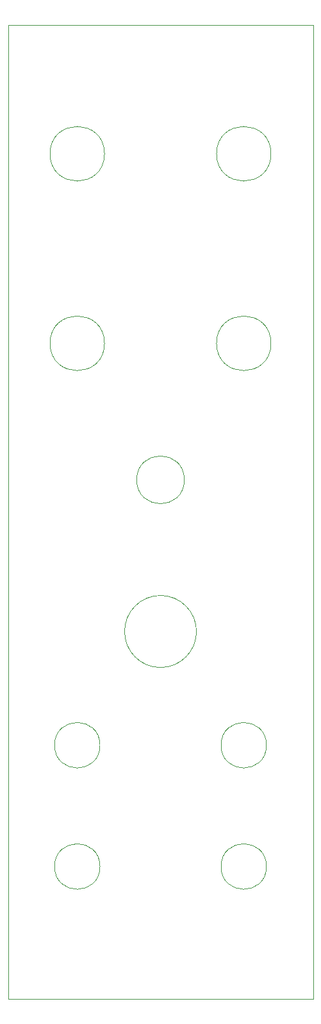
<source format=gm1>
%TF.GenerationSoftware,KiCad,Pcbnew,8.0.3*%
%TF.CreationDate,2024-07-07T15:48:55+01:00*%
%TF.ProjectId,555-adsr-panel,3535352d-6164-4737-922d-70616e656c2e,rev?*%
%TF.SameCoordinates,Original*%
%TF.FileFunction,Profile,NP*%
%FSLAX46Y46*%
G04 Gerber Fmt 4.6, Leading zero omitted, Abs format (unit mm)*
G04 Created by KiCad (PCBNEW 8.0.3) date 2024-07-07 15:48:55*
%MOMM*%
%LPD*%
G01*
G04 APERTURE LIST*
%TA.AperFunction,Profile*%
%ADD10C,0.100000*%
%TD*%
%TA.AperFunction,Profile*%
%ADD11C,0.050000*%
%TD*%
G04 APERTURE END LIST*
D10*
X69850000Y-168399993D02*
X69850000Y-39900000D01*
D11*
X104000000Y-134900000D02*
G75*
G02*
X98000000Y-134900000I-3000000J0D01*
G01*
X98000000Y-134900000D02*
G75*
G02*
X104000000Y-134900000I3000000J0D01*
G01*
X104000000Y-150900000D02*
G75*
G02*
X98000000Y-150900000I-3000000J0D01*
G01*
X98000000Y-150900000D02*
G75*
G02*
X104000000Y-150900000I3000000J0D01*
G01*
D10*
X110150000Y-39900000D02*
X110150000Y-168399993D01*
D11*
X82000000Y-134900000D02*
G75*
G02*
X76000000Y-134900000I-3000000J0D01*
G01*
X76000000Y-134900000D02*
G75*
G02*
X82000000Y-134900000I3000000J0D01*
G01*
X104600000Y-56900000D02*
G75*
G02*
X97400000Y-56900000I-3600000J0D01*
G01*
X97400000Y-56900000D02*
G75*
G02*
X104600000Y-56900000I3600000J0D01*
G01*
X94750000Y-119900000D02*
G75*
G02*
X85250000Y-119900000I-4750000J0D01*
G01*
X85250000Y-119900000D02*
G75*
G02*
X94750000Y-119900000I4750000J0D01*
G01*
D10*
X110150000Y-168399993D02*
X69850000Y-168399993D01*
X69850000Y-39900000D02*
X110150000Y-39900000D01*
D11*
X82600000Y-81900000D02*
G75*
G02*
X75400000Y-81900000I-3600000J0D01*
G01*
X75400000Y-81900000D02*
G75*
G02*
X82600000Y-81900000I3600000J0D01*
G01*
X93150000Y-99900000D02*
G75*
G02*
X86850000Y-99900000I-3150000J0D01*
G01*
X86850000Y-99900000D02*
G75*
G02*
X93150000Y-99900000I3150000J0D01*
G01*
X104600000Y-81900000D02*
G75*
G02*
X97400000Y-81900000I-3600000J0D01*
G01*
X97400000Y-81900000D02*
G75*
G02*
X104600000Y-81900000I3600000J0D01*
G01*
X82600000Y-56900000D02*
G75*
G02*
X75400000Y-56900000I-3600000J0D01*
G01*
X75400000Y-56900000D02*
G75*
G02*
X82600000Y-56900000I3600000J0D01*
G01*
X82000000Y-150900000D02*
G75*
G02*
X76000000Y-150900000I-3000000J0D01*
G01*
X76000000Y-150900000D02*
G75*
G02*
X82000000Y-150900000I3000000J0D01*
G01*
M02*

</source>
